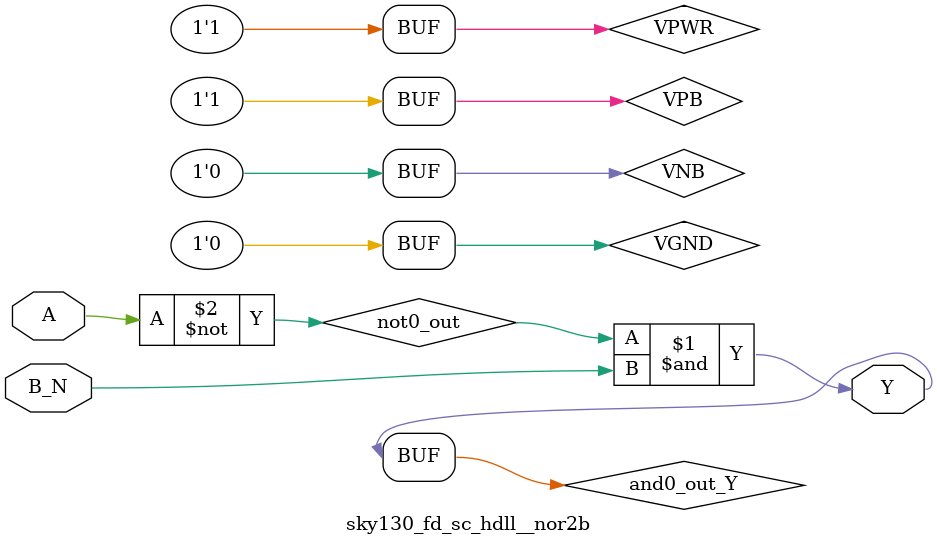
<source format=v>
/*
 * Copyright 2020 The SkyWater PDK Authors
 *
 * Licensed under the Apache License, Version 2.0 (the "License");
 * you may not use this file except in compliance with the License.
 * You may obtain a copy of the License at
 *
 *     https://www.apache.org/licenses/LICENSE-2.0
 *
 * Unless required by applicable law or agreed to in writing, software
 * distributed under the License is distributed on an "AS IS" BASIS,
 * WITHOUT WARRANTIES OR CONDITIONS OF ANY KIND, either express or implied.
 * See the License for the specific language governing permissions and
 * limitations under the License.
 *
 * SPDX-License-Identifier: Apache-2.0
*/


`ifndef SKY130_FD_SC_HDLL__NOR2B_TIMING_V
`define SKY130_FD_SC_HDLL__NOR2B_TIMING_V

/**
 * nor2b: 2-input NOR, first input inverted.
 *
 *        Y = !(A | B | C | !D)
 *
 * Verilog simulation timing model.
 */

`timescale 1ns / 1ps
`default_nettype none

`celldefine
module sky130_fd_sc_hdll__nor2b (
    Y  ,
    A  ,
    B_N
);

    // Module ports
    output Y  ;
    input  A  ;
    input  B_N;

    // Module supplies
    supply1 VPWR;
    supply0 VGND;
    supply1 VPB ;
    supply0 VNB ;

    // Local signals
    wire not0_out  ;
    wire and0_out_Y;

    //  Name  Output      Other arguments
    not not0 (not0_out  , A              );
    and and0 (and0_out_Y, not0_out, B_N  );
    buf buf0 (Y         , and0_out_Y     );

endmodule
`endcelldefine

`default_nettype wire
`endif  // SKY130_FD_SC_HDLL__NOR2B_TIMING_V

</source>
